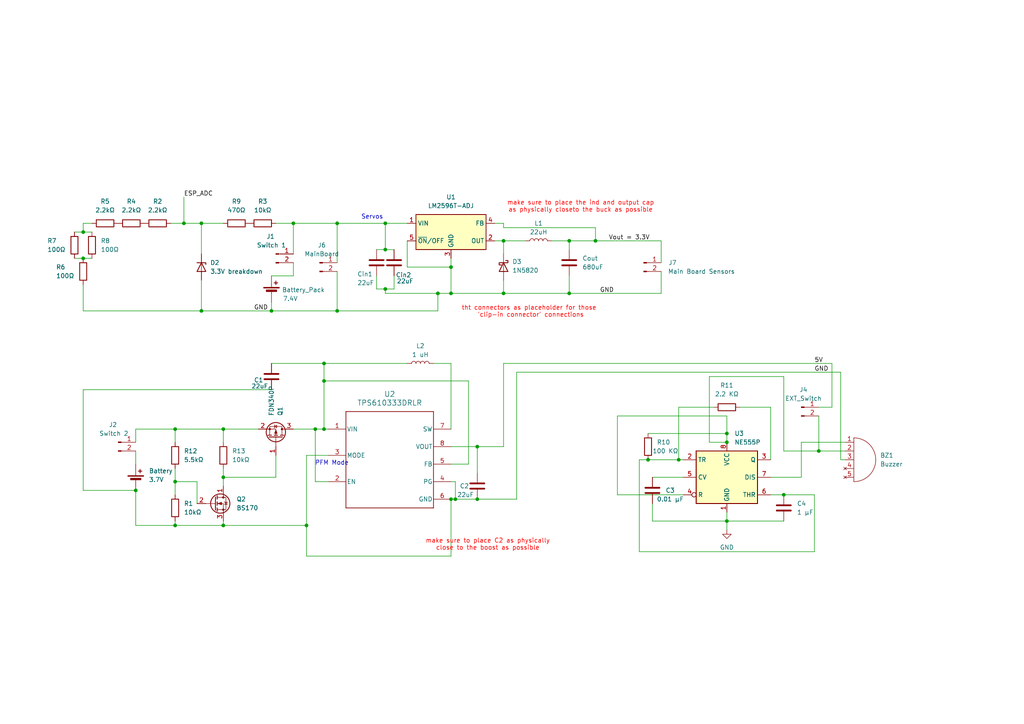
<source format=kicad_sch>
(kicad_sch (version 20231120) (generator "eeschema") (generator_version "8.0")
  (paper "A4")
  (lib_symbols
    (symbol "Connector:Conn_01x02_Pin" (pin_names (offset 1.016) hide)
      (property "Reference" "J" (at 0 2.54 0))
      (property "Value" "Conn_01x02_Pin" (at 0 -5.08 0))
      (symbol "Conn_01x02_Pin_1_1"
        (polyline (pts (xy 1.27 -2.54) (xy 0.8636 -2.54)) (stroke (width 0.1524)))
        (polyline (pts (xy 1.27 0) (xy 0.8636 0)) (stroke (width 0.1524)))
        (rectangle (start 0.8636 -2.413) (end 0 -2.667) (stroke (width 0.1524)) (fill (type outline)))
        (rectangle (start 0.8636 0.127) (end 0 -0.127) (stroke (width 0.1524)) (fill (type outline)))
        (pin passive line (at 5.08 0 180) (length 3.81) (name "Pin_1") (number "1"))
        (pin passive line (at 5.08 -2.54 180) (length 3.81) (name "Pin_2") (number "2"))
      )
    )
    (symbol "Device:Battery_Cell" (pin_numbers hide) (pin_names (offset 0) hide)
      (property "Reference" "BT" (at 2.54 2.54 0))
      (property "Value" "Battery_Cell" (at 2.54 0 0))
      (symbol "Battery_Cell_0_1"
        (rectangle (start -2.286 1.778) (end 2.286 1.524) (fill (type outline)))
        (rectangle (start -1.524 1.016) (end 1.524 0.508) (fill (type outline)))
        (polyline (pts (xy 0 0.762) (xy 0 0)))
        (polyline (pts (xy 0 1.778) (xy 0 2.54)))
        (polyline (pts (xy 0.762 3.048) (xy 1.778 3.048)) (stroke (width 0.254)))
        (polyline (pts (xy 1.27 3.556) (xy 1.27 2.54)) (stroke (width 0.254)))
      )
      (symbol "Battery_Cell_1_1"
        (pin passive line (at 0 5.08 270) (length 2.54) (name "+") (number "1"))
        (pin passive line (at 0 -2.54 90) (length 2.54) (name "-") (number "2"))
      )
    )
    (symbol "Device:Buzzer" (pin_names (offset 0.0254) hide)
      (property "Reference" "BZ1" (at 7.62 -1.27 0))
      (property "Value" "Buzzer" (at 7.62 -3.81 0))
      (symbol "Buzzer_0_1"
        (arc (start 0 -8.89) (mid 6.35 -2.54) (end 0 3.81))
        (polyline (pts (xy 0 3.81) (xy 0 -8.89)))
      )
      (symbol "Buzzer_1_1"
        (pin passive line (at -2.54 2.54 0) (length 2.54) (name "Aux") (number "1"))
        (pin power_in line (at -2.54 0 0) (length 2.54) (name "5V") (number "2"))
        (pin power_in line (at -2.54 -2.54 0) (length 2.54) (name "G") (number "3"))
        (pin no_connect line (at -2.54 -5.08 0) (length 2.54) (name "B") (number "4"))
        (pin no_connect line (at -2.54 -7.62 0) (length 2.54) (name "") (number "5"))
      )
    )
    (symbol "Device:C" (pin_numbers hide) (pin_names (offset 0.254))
      (property "Reference" "C" (at 0.635 2.54 0))
      (property "Value" "C" (at 0.635 -2.54 0))
      (symbol "C_0_1"
        (polyline (pts (xy -2.032 -0.762) (xy 2.032 -0.762)) (stroke (width 0.508)))
        (polyline (pts (xy -2.032 0.762) (xy 2.032 0.762)) (stroke (width 0.508)))
      )
      (symbol "C_1_1"
        (pin passive line (at 0 3.81 270) (length 2.794) (name "~") (number "1"))
        (pin passive line (at 0 -3.81 90) (length 2.794) (name "~") (number "2"))
      )
    )
    (symbol "Device:D_Schottky" (pin_numbers hide) (pin_names (offset 1.016) hide)
      (property "Reference" "D" (at 0 2.54 0))
      (property "Value" "D_Schottky" (at 0 -2.54 0))
      (symbol "D_Schottky_0_1"
        (polyline (pts (xy 1.27 0) (xy -1.27 0)))
        (polyline (pts (xy 1.27 1.27) (xy 1.27 -1.27) (xy -1.27 0) (xy 1.27 1.27)) (stroke (width 0.254)))
        (polyline (pts (xy -1.905 0.635) (xy -1.905 1.27) (xy -1.27 1.27) (xy -1.27 -1.27) (xy -0.635 -1.27) (xy -0.635 -0.635)) (stroke (width 0.254)))
      )
      (symbol "D_Schottky_1_1"
        (pin passive line (at -3.81 0 0) (length 2.54) (name "K") (number "1"))
        (pin passive line (at 3.81 0 180) (length 2.54) (name "A") (number "2"))
      )
    )
    (symbol "Device:L" (pin_numbers hide) (pin_names (offset 1.016) hide)
      (property "Reference" "L" (at -1.27 0 90))
      (property "Value" "L" (at 1.905 0 90))
      (symbol "L_0_1"
        (arc (start 0 -2.54) (mid 0.6323 -1.905) (end 0 -1.27))
        (arc (start 0 -1.27) (mid 0.6323 -0.635) (end 0 0))
        (arc (start 0 0) (mid 0.6323 0.635) (end 0 1.27))
        (arc (start 0 1.27) (mid 0.6323 1.905) (end 0 2.54))
      )
      (symbol "L_1_1"
        (pin passive line (at 0 3.81 270) (length 1.27) (name "1") (number "1"))
        (pin passive line (at 0 -3.81 90) (length 1.27) (name "2") (number "2"))
      )
    )
    (symbol "Device:R" (pin_numbers hide) (pin_names (offset 0))
      (property "Reference" "R" (at 2.032 0 90))
      (property "Value" "R" (at 0 0 90))
      (symbol "R_0_1"
        (rectangle (start -1.016 -2.54) (end 1.016 2.54) (stroke (width 0.254)))
      )
      (symbol "R_1_1"
        (pin passive line (at 0 3.81 270) (length 1.27) (name "~") (number "1"))
        (pin passive line (at 0 -3.81 90) (length 1.27) (name "~") (number "2"))
      )
    )
    (symbol "Diode:1N47xxA" (pin_numbers hide) (pin_names hide)
      (property "Reference" "D" (at 0 2.54 0))
      (property "Value" "1N47xxA" (at 0 -2.54 0))
      (symbol "1N47xxA_0_1"
        (polyline (pts (xy 1.27 0) (xy -1.27 0)))
        (polyline (pts (xy -1.27 -1.27) (xy -1.27 1.27) (xy -0.762 1.27)) (stroke (width 0.254)))
        (polyline (pts (xy 1.27 -1.27) (xy 1.27 1.27) (xy -1.27 0) (xy 1.27 -1.27)) (stroke (width 0.254)))
      )
      (symbol "1N47xxA_1_1"
        (pin passive line (at -3.81 0 0) (length 2.54) (name "K") (number "1"))
        (pin passive line (at 3.81 0 180) (length 2.54) (name "A") (number "2"))
      )
    )
    (symbol "Project_Library:TPS610333DRLR" (pin_names (offset 0.254))
      (property "Reference" "U" (at 0 2.54 0))
      (property "Value" "TPS610333DRLR" (at 0 0 0))
      (symbol "TPS610333DRLR_0_1"
        (polyline (pts (xy 5.08 -22.86) (xy 30.48 -22.86)) (stroke (width 0.2032)))
        (polyline (pts (xy 5.08 5.08) (xy 5.08 -22.86)) (stroke (width 0.2032)))
        (polyline (pts (xy 30.48 -22.86) (xy 30.48 5.08)) (stroke (width 0.2032)))
        (polyline (pts (xy 30.48 5.08) (xy 5.08 5.08)) (stroke (width 0.2032)))
        (pin power_in line (at 0 0 0) (length 5.08) (name "VIN") (number "1"))
        (pin input line (at 0 -15.24 0) (length 5.08) (name "EN") (number "2"))
        (pin input line (at 0 -7.62 0) (length 5.08) (name "MODE") (number "3"))
        (pin open_collector line (at 35.56 -15.24 180) (length 5.08) (name "PG") (number "4"))
        (pin unspecified line (at 35.56 -10.16 180) (length 5.08) (name "FB") (number "5"))
        (pin power_in line (at 35.56 -20.32 180) (length 5.08) (name "GND") (number "6"))
        (pin power_in line (at 35.56 0 180) (length 5.08) (name "SW") (number "7"))
        (pin power_in line (at 35.56 -5.08 180) (length 5.08) (name "VOUT") (number "8"))
      )
    )
    (symbol "Regulator_Switching:LM2596T-ADJ"
      (property "Reference" "U" (at -10.16 6.35 0))
      (property "Value" "LM2596T-ADJ" (at 0 6.35 0))
      (symbol "LM2596T-ADJ_0_1"
        (rectangle (start -10.16 5.08) (end 10.16 -5.08) (stroke (width 0.254)) (fill (type background)))
      )
      (symbol "LM2596T-ADJ_1_1"
        (pin power_in line (at -12.7 2.54 0) (length 2.54) (name "VIN") (number "1"))
        (pin output line (at 12.7 -2.54 180) (length 2.54) (name "OUT") (number "2"))
        (pin power_in line (at 0 -7.62 90) (length 2.54) (name "GND") (number "3"))
        (pin input line (at 12.7 2.54 180) (length 2.54) (name "FB") (number "4"))
        (pin input line (at -12.7 -2.54 0) (length 2.54) (name "~{ON}/OFF") (number "5"))
      )
    )
    (symbol "Timer:NE555P"
      (property "Reference" "U" (at -10.16 8.89 0))
      (property "Value" "NE555P" (at 2.54 8.89 0))
      (symbol "NE555P_0_0"
        (pin power_in line (at 0 -10.16 90) (length 2.54) (name "GND") (number "1"))
        (pin power_in line (at 0 10.16 270) (length 2.54) (name "VCC") (number "8"))
      )
      (symbol "NE555P_0_1"
        (rectangle (start -8.89 -7.62) (end 8.89 7.62) (stroke (width 0.254)) (fill (type background)))
        (rectangle (start -8.89 -7.62) (end 8.89 7.62) (stroke (width 0.254)) (fill (type background)))
      )
      (symbol "NE555P_1_1"
        (pin input line (at -12.7 5.08 0) (length 3.81) (name "TR") (number "2"))
        (pin output line (at 12.7 5.08 180) (length 3.81) (name "Q") (number "3"))
        (pin input inverted (at -12.7 -5.08 0) (length 3.81) (name "R") (number "4"))
        (pin input line (at -12.7 0 0) (length 3.81) (name "CV") (number "5"))
        (pin input line (at 12.7 -5.08 180) (length 3.81) (name "THR") (number "6"))
        (pin input line (at 12.7 0 180) (length 3.81) (name "DIS") (number "7"))
      )
    )
    (symbol "Transistor_FET:BS170" (pin_names hide)
      (property "Reference" "Q" (at 5.08 1.905 0))
      (property "Value" "BS170" (at 5.08 0 0))
      (symbol "BS170_0_1"
        (polyline (pts (xy 0.254 0) (xy -2.54 0)))
        (polyline (pts (xy 0.254 1.905) (xy 0.254 -1.905)) (stroke (width 0.254)))
        (polyline (pts (xy 0.762 -1.27) (xy 0.762 -2.286)) (stroke (width 0.254)))
        (polyline (pts (xy 0.762 0.508) (xy 0.762 -0.508)) (stroke (width 0.254)))
        (polyline (pts (xy 0.762 2.286) (xy 0.762 1.27)) (stroke (width 0.254)))
        (polyline (pts (xy 2.54 2.54) (xy 2.54 1.778)))
        (polyline (pts (xy 2.54 -2.54) (xy 2.54 0) (xy 0.762 0)))
        (polyline (pts (xy 0.762 -1.778) (xy 3.302 -1.778) (xy 3.302 1.778) (xy 0.762 1.778)))
        (polyline (pts (xy 1.016 0) (xy 2.032 0.381) (xy 2.032 -0.381) (xy 1.016 0)) (fill (type outline)))
        (polyline (pts (xy 2.794 0.508) (xy 2.921 0.381) (xy 3.683 0.381) (xy 3.81 0.254)))
        (polyline (pts (xy 3.302 0.381) (xy 2.921 -0.254) (xy 3.683 -0.254) (xy 3.302 0.381)))
        (circle (center 1.651 0) (radius 2.794) (stroke (width 0.254)))
        (circle (center 2.54 -1.778) (radius 0.254) (fill (type outline)))
        (circle (center 2.54 1.778) (radius 0.254) (fill (type outline)))
      )
      (symbol "BS170_1_1"
        (pin passive line (at 2.54 5.08 270) (length 2.54) (name "D") (number "1"))
        (pin input line (at -5.08 0 0) (length 2.54) (name "G") (number "2"))
        (pin passive line (at 2.54 -5.08 90) (length 2.54) (name "S") (number "3"))
      )
    )
    (symbol "Transistor_FET:FDN340P" (pin_names hide)
      (property "Reference" "Q" (at 5.08 1.905 0))
      (property "Value" "FDN340P" (at 5.08 0 0))
      (symbol "FDN340P_0_1"
        (polyline (pts (xy 0.254 0) (xy -2.54 0)))
        (polyline (pts (xy 0.254 1.905) (xy 0.254 -1.905)) (stroke (width 0.254)))
        (polyline (pts (xy 0.762 -1.27) (xy 0.762 -2.286)) (stroke (width 0.254)))
        (polyline (pts (xy 0.762 0.508) (xy 0.762 -0.508)) (stroke (width 0.254)))
        (polyline (pts (xy 0.762 2.286) (xy 0.762 1.27)) (stroke (width 0.254)))
        (polyline (pts (xy 2.54 2.54) (xy 2.54 1.778)))
        (polyline (pts (xy 2.54 -2.54) (xy 2.54 0) (xy 0.762 0)))
        (polyline (pts (xy 0.762 1.778) (xy 3.302 1.778) (xy 3.302 -1.778) (xy 0.762 -1.778)))
        (polyline (pts (xy 2.286 0) (xy 1.27 0.381) (xy 1.27 -0.381) (xy 2.286 0)) (fill (type outline)))
        (polyline (pts (xy 2.794 -0.508) (xy 2.921 -0.381) (xy 3.683 -0.381) (xy 3.81 -0.254)))
        (polyline (pts (xy 3.302 -0.381) (xy 2.921 0.254) (xy 3.683 0.254) (xy 3.302 -0.381)))
        (circle (center 1.651 0) (radius 2.794) (stroke (width 0.254)))
        (circle (center 2.54 -1.778) (radius 0.254) (fill (type outline)))
        (circle (center 2.54 1.778) (radius 0.254) (fill (type outline)))
      )
      (symbol "FDN340P_1_1"
        (pin input line (at -5.08 0 0) (length 2.54) (name "G") (number "1"))
        (pin passive line (at 2.54 -5.08 90) (length 2.54) (name "S") (number "2"))
        (pin passive line (at 2.54 5.08 270) (length 2.54) (name "D") (number "3"))
      )
    )
    (symbol "power:GND" (power) (pin_names (offset 0))
      (property "Value" "GND" (at 0 -3.81 0))
      (symbol "GND_0_1"
        (polyline (pts (xy 0 0) (xy 0 -1.27) (xy 1.27 -1.27) (xy 0 -2.54) (xy -1.27 -1.27) (xy 0 -1.27)))
      )
      (symbol "GND_1_1"
        (pin power_in line (at 0 0 270) (length 0) hide (name "GND") (number "1"))
      )
    )
  )
  (junction (at 93.98 110.49))
  (junction (at 97.79 64.77))
  (junction (at 50.8 152.4))
  (junction (at 64.77 152.4))
  (junction (at 210.82 151.13))
  (junction (at 85.09 64.77))
  (junction (at 78.74 90.17))
  (junction (at 210.82 125.73))
  (junction (at 93.98 105.41))
  (junction (at 111.76 83.82))
  (junction (at 58.42 90.17))
  (junction (at 97.79 90.17))
  (junction (at 64.77 124.46))
  (junction (at 88.9 152.4))
  (junction (at 24.13 67.31))
  (junction (at 24.13 74.93))
  (junction (at 53.34 64.77))
  (junction (at 50.8 139.7))
  (junction (at 39.37 142.24))
  (junction (at 227.33 143.51))
  (junction (at 91.44 124.46))
  (junction (at 111.76 72.39))
  (junction (at 138.43 144.78))
  (junction (at 130.81 85.09))
  (junction (at 138.43 129.54))
  (junction (at 172.72 69.85))
  (junction (at 130.81 144.78))
  (junction (at 127 85.09))
  (junction (at 187.96 133.35))
  (junction (at 210.82 128.27))
  (junction (at 237.49 130.81))
  (junction (at 146.05 85.09))
  (junction (at 165.1 85.09))
  (junction (at 111.76 64.77))
  (junction (at 132.08 144.78))
  (junction (at 58.42 64.77))
  (junction (at 196.85 133.35))
  (junction (at 165.1 69.85))
  (junction (at 50.8 124.46))
  (junction (at 64.77 138.43))
  (junction (at 130.81 77.47))
  (junction (at 146.05 69.85))
  (junction (at 93.98 124.46))
  (wire (pts (xy 50.8 124.46) (xy 64.77 124.46)))
  (wire (pts (xy 80.01 138.43) (xy 64.77 138.43)))
  (wire (pts (xy 205.74 128.27) (xy 205.74 109.22)))
  (wire (pts (xy 114.3 80.01) (xy 114.3 83.82)))
  (wire (pts (xy 210.82 120.65) (xy 179.07 120.65)))
  (wire (pts (xy 64.77 151.13) (xy 64.77 152.4)))
  (wire (pts (xy 198.12 138.43) (xy 189.23 138.43)))
  (wire (pts (xy 146.05 66.04) (xy 172.72 66.04)))
  (wire (pts (xy 241.3 118.11) (xy 241.3 105.41)))
  (wire (pts (xy 245.11 128.27) (xy 232.41 128.27)))
  (wire (pts (xy 187.96 133.35) (xy 196.85 133.35)))
  (wire (pts (xy 109.22 72.39) (xy 111.76 72.39)))
  (wire (pts (xy 39.37 152.4) (xy 50.8 152.4)))
  (wire (pts (xy 111.76 83.82) (xy 114.3 83.82)))
  (wire (pts (xy 210.82 125.73) (xy 210.82 128.27)))
  (wire (pts (xy 210.82 151.13) (xy 210.82 153.67)))
  (wire (pts (xy 196.85 133.35) (xy 196.85 118.11)))
  (wire (pts (xy 210.82 125.73) (xy 210.82 120.65)))
  (wire (pts (xy 125.73 105.41) (xy 130.81 105.41)))
  (wire (pts (xy 146.05 129.54) (xy 146.05 105.41)))
  (wire (pts (xy 152.4 69.85) (xy 146.05 69.85)))
  (wire (pts (xy 243.84 133.35) (xy 245.11 133.35)))
  (wire (pts (xy 97.79 90.17) (xy 97.79 78.74)))
  (wire (pts (xy 53.34 57.15) (xy 53.34 64.77)))
  (wire (pts (xy 93.98 110.49) (xy 135.89 110.49)))
  (wire (pts (xy 24.13 74.93) (xy 26.67 74.93)))
  (wire (pts (xy 196.85 133.35) (xy 198.12 133.35)))
  (wire (pts (xy 78.74 87.63) (xy 78.74 90.17)))
  (wire (pts (xy 24.13 67.31) (xy 26.67 67.31)))
  (wire (pts (xy 88.9 161.29) (xy 130.81 161.29)))
  (wire (pts (xy 85.09 64.77) (xy 97.79 64.77)))
  (wire (pts (xy 97.79 90.17) (xy 127 90.17)))
  (wire (pts (xy 49.53 64.77) (xy 53.34 64.77)))
  (wire (pts (xy 187.96 125.73) (xy 210.82 125.73)))
  (wire (pts (xy 214.63 118.11) (xy 223.52 118.11)))
  (wire (pts (xy 58.42 90.17) (xy 78.74 90.17)))
  (wire (pts (xy 191.77 78.74) (xy 191.77 85.09)))
  (wire (pts (xy 21.59 67.31) (xy 24.13 67.31)))
  (wire (pts (xy 236.22 143.51) (xy 227.33 143.51)))
  (wire (pts (xy 24.13 142.24) (xy 39.37 142.24)))
  (wire (pts (xy 172.72 69.85) (xy 191.77 69.85)))
  (wire (pts (xy 196.85 118.11) (xy 207.01 118.11)))
  (wire (pts (xy 165.1 69.85) (xy 165.1 72.39)))
  (wire (pts (xy 146.05 129.54) (xy 138.43 129.54)))
  (wire (pts (xy 97.79 64.77) (xy 97.79 76.2)))
  (wire (pts (xy 93.98 124.46) (xy 95.25 124.46)))
  (wire (pts (xy 130.81 139.7) (xy 132.08 139.7)))
  (wire (pts (xy 146.05 85.09) (xy 165.1 85.09)))
  (wire (pts (xy 165.1 69.85) (xy 172.72 69.85)))
  (wire (pts (xy 179.07 120.65) (xy 179.07 143.51)))
  (wire (pts (xy 130.81 124.46) (xy 130.81 105.41)))
  (wire (pts (xy 111.76 64.77) (xy 111.76 72.39)))
  (wire (pts (xy 130.81 134.62) (xy 135.89 134.62)))
  (wire (pts (xy 232.41 138.43) (xy 223.52 138.43)))
  (wire (pts (xy 135.89 134.62) (xy 135.89 110.49)))
  (wire (pts (xy 80.01 132.08) (xy 80.01 138.43)))
  (wire (pts (xy 78.74 90.17) (xy 97.79 90.17)))
  (wire (pts (xy 210.82 148.59) (xy 210.82 151.13)))
  (wire (pts (xy 130.81 77.47) (xy 130.81 85.09)))
  (wire (pts (xy 118.11 69.85) (xy 118.11 77.47)))
  (wire (pts (xy 95.25 132.08) (xy 88.9 132.08)))
  (wire (pts (xy 210.82 151.13) (xy 227.33 151.13)))
  (wire (pts (xy 58.42 81.28) (xy 58.42 90.17)))
  (wire (pts (xy 50.8 124.46) (xy 50.8 128.27)))
  (wire (pts (xy 109.22 80.01) (xy 109.22 83.82)))
  (wire (pts (xy 111.76 83.82) (xy 111.76 85.09)))
  (wire (pts (xy 191.77 69.85) (xy 191.77 76.2)))
  (wire (pts (xy 64.77 152.4) (xy 88.9 152.4)))
  (wire (pts (xy 39.37 124.46) (xy 39.37 128.27)))
  (wire (pts (xy 64.77 138.43) (xy 64.77 140.97)))
  (wire (pts (xy 241.3 118.11) (xy 237.49 118.11)))
  (wire (pts (xy 58.42 64.77) (xy 58.42 73.66)))
  (wire (pts (xy 146.05 85.09) (xy 130.81 85.09)))
  (wire (pts (xy 24.13 90.17) (xy 58.42 90.17)))
  (wire (pts (xy 146.05 64.77) (xy 143.51 64.77)))
  (wire (pts (xy 172.72 66.04) (xy 172.72 69.85)))
  (wire (pts (xy 127 85.09) (xy 130.81 85.09)))
  (wire (pts (xy 50.8 135.89) (xy 50.8 139.7)))
  (wire (pts (xy 109.22 83.82) (xy 111.76 83.82)))
  (wire (pts (xy 130.81 144.78) (xy 132.08 144.78)))
  (wire (pts (xy 50.8 152.4) (xy 64.77 152.4)))
  (wire (pts (xy 85.09 73.66) (xy 85.09 64.77)))
  (wire (pts (xy 127 85.09) (xy 127 90.17)))
  (wire (pts (xy 138.43 129.54) (xy 138.43 137.16)))
  (wire (pts (xy 243.84 107.95) (xy 243.84 133.35)))
  (wire (pts (xy 189.23 151.13) (xy 210.82 151.13)))
  (wire (pts (xy 50.8 139.7) (xy 50.8 143.51)))
  (wire (pts (xy 236.22 160.02) (xy 236.22 143.51)))
  (wire (pts (xy 91.44 139.7) (xy 95.25 139.7)))
  (wire (pts (xy 111.76 85.09) (xy 127 85.09)))
  (wire (pts (xy 64.77 135.89) (xy 64.77 138.43)))
  (wire (pts (xy 91.44 124.46) (xy 93.98 124.46)))
  (wire (pts (xy 93.98 110.49) (xy 93.98 124.46)))
  (wire (pts (xy 146.05 69.85) (xy 146.05 73.66)))
  (wire (pts (xy 21.59 74.93) (xy 24.13 74.93)))
  (wire (pts (xy 85.09 80.01) (xy 85.09 76.2)))
  (wire (pts (xy 237.49 120.65) (xy 237.49 130.81)))
  (wire (pts (xy 132.08 139.7) (xy 132.08 144.78)))
  (wire (pts (xy 205.74 109.22) (xy 227.33 109.22)))
  (wire (pts (xy 237.49 130.81) (xy 245.11 130.81)))
  (wire (pts (xy 146.05 105.41) (xy 241.3 105.41)))
  (wire (pts (xy 26.67 64.77) (xy 24.13 64.77)))
  (wire (pts (xy 39.37 142.24) (xy 39.37 152.4)))
  (wire (pts (xy 97.79 64.77) (xy 111.76 64.77)))
  (wire (pts (xy 149.86 107.95) (xy 149.86 144.78)))
  (wire (pts (xy 24.13 113.03) (xy 78.74 113.03)))
  (wire (pts (xy 210.82 128.27) (xy 205.74 128.27)))
  (wire (pts (xy 85.09 124.46) (xy 91.44 124.46)))
  (wire (pts (xy 130.81 74.93) (xy 130.81 77.47)))
  (wire (pts (xy 39.37 124.46) (xy 50.8 124.46)))
  (wire (pts (xy 39.37 130.81) (xy 39.37 134.62)))
  (wire (pts (xy 187.96 133.35) (xy 185.42 133.35)))
  (wire (pts (xy 24.13 113.03) (xy 24.13 142.24)))
  (wire (pts (xy 165.1 85.09) (xy 191.77 85.09)))
  (wire (pts (xy 223.52 143.51) (xy 227.33 143.51)))
  (wire (pts (xy 24.13 82.55) (xy 24.13 90.17)))
  (wire (pts (xy 91.44 124.46) (xy 91.44 139.7)))
  (wire (pts (xy 111.76 64.77) (xy 118.11 64.77)))
  (wire (pts (xy 24.13 64.77) (xy 24.13 67.31)))
  (wire (pts (xy 146.05 66.04) (xy 146.05 64.77)))
  (wire (pts (xy 50.8 139.7) (xy 57.15 139.7)))
  (wire (pts (xy 78.74 80.01) (xy 85.09 80.01)))
  (wire (pts (xy 227.33 109.22) (xy 227.33 130.81)))
  (wire (pts (xy 165.1 80.01) (xy 165.1 85.09)))
  (wire (pts (xy 160.02 69.85) (xy 165.1 69.85)))
  (wire (pts (xy 143.51 69.85) (xy 146.05 69.85)))
  (wire (pts (xy 132.08 144.78) (xy 138.43 144.78)))
  (wire (pts (xy 185.42 133.35) (xy 185.42 160.02)))
  (wire (pts (xy 189.23 146.05) (xy 189.23 151.13)))
  (wire (pts (xy 64.77 128.27) (xy 64.77 124.46)))
  (wire (pts (xy 50.8 152.4) (xy 50.8 151.13)))
  (wire (pts (xy 149.86 144.78) (xy 138.43 144.78)))
  (wire (pts (xy 185.42 160.02) (xy 236.22 160.02)))
  (wire (pts (xy 146.05 81.28) (xy 146.05 85.09)))
  (wire (pts (xy 85.09 64.77) (xy 80.01 64.77)))
  (wire (pts (xy 179.07 143.51) (xy 198.12 143.51)))
  (wire (pts (xy 149.86 107.95) (xy 243.84 107.95)))
  (wire (pts (xy 118.11 77.47) (xy 130.81 77.47)))
  (wire (pts (xy 130.81 129.54) (xy 138.43 129.54)))
  (wire (pts (xy 232.41 128.27) (xy 232.41 138.43)))
  (wire (pts (xy 93.98 105.41) (xy 118.11 105.41)))
  (wire (pts (xy 130.81 161.29) (xy 130.81 144.78)))
  (wire (pts (xy 111.76 72.39) (xy 114.3 72.39)))
  (wire (pts (xy 88.9 132.08) (xy 88.9 152.4)))
  (wire (pts (xy 223.52 118.11) (xy 223.52 133.35)))
  (wire (pts (xy 78.74 105.41) (xy 93.98 105.41)))
  (wire (pts (xy 88.9 152.4) (xy 88.9 161.29)))
  (wire (pts (xy 53.34 64.77) (xy 58.42 64.77)))
  (wire (pts (xy 93.98 105.41) (xy 93.98 110.49)))
  (wire (pts (xy 57.15 139.7) (xy 57.15 146.05)))
  (wire (pts (xy 58.42 64.77) (xy 64.77 64.77)))
  (wire (pts (xy 64.77 124.46) (xy 74.93 124.46)))
  (wire (pts (xy 227.33 130.81) (xy 237.49 130.81)))
  (text "make sure to place the ind and output cap\nas physically closeto the buck as possible" (at 168.402 59.944 0) (effects (font (size 1.27 1.27))))
  (text "Servos" (at 107.95 62.992 0) (effects (font (size 1.27 1.27))))
  (text "PFM Mode" (at 96.266 134.366 0) (effects (font (size 1.27 1.27))))
  (text "tht connectors as placeholder for those \n'clip-in connector' connections" (at 153.924 90.424 0) (effects (font (size 1.27 1.27))))
  (text "make sure to place C2 as physically\nclose to the boost as possible" (at 141.478 157.988 0) (effects (font (size 1.27 1.27))))
  (label "5V" (at 236.22 105.41 0))
  (label "GND" (at 73.66 90.17 0))
  (label "ESP_ADC" (at 53.34 57.15 0))
  (label "Vout = 3.3V" (at 176.53 69.85 0))
  (label "GND" (at 173.99 85.09 0))
  (label "GND" (at 236.22 107.95 0))
  (symbol (lib_id "Device:C") (at 109.22 76.2 0) (unit 1)
    (property "Reference" "Cin1" (at 103.632 79.502 0) (effects (justify left)))
    (property "Value" "22uF" (at 103.632 82.042 0) (effects (justify left)))
    (property "Datasheet" "https://mm.digikey.com/Volume0/opasdata/d220001/medias/docus/339/CL21A226MAYNNNE_Spec.pdf" (effects (hide yes)))
    (property "Description" "Unpolarized capacitor" (effects (hide yes)))
  )
  (symbol (lib_id "Device:C") (at 78.74 109.22 0) (unit 1)
    (property "Reference" "C1" (at 73.66 110.236 0) (effects (justify left)))
    (property "Value" "22uF" (at 72.898 112.014 0) (effects (justify left)))
    (property "Datasheet" "https://mm.digikey.com/Volume0/opasdata/d220001/medias/docus/339/CL21A226MAYNNNE_Spec.pdf" (effects (hide yes)))
    (property "Description" "Unpolarized capacitor" (effects (hide yes)))
  )
  (symbol (lib_id "Device:L") (at 121.92 105.41 90) (unit 1)
    (property "Reference" "L2" (at 121.92 100.33 90))
    (property "Value" "1 uH" (at 121.92 102.87 90))
    (property "Datasheet" "https://www.we-online.com/components/products/datasheet/74404043010A.pdf" (effects (hide yes)))
    (property "Description" "Inductor (74404043010A)" (effects (hide yes)))
  )
  (symbol (lib_id "Connector:Conn_01x02_Pin") (at 232.41 118.11 0) (unit 1)
    (property "Reference" "J4" (at 233.045 113.03 0))
    (property "Value" "EXT_Switch" (at 233.045 115.57 0))
    (property "Footprint" "mylibrary:External_Connection_2pin" (effects (hide yes)))
    (property "Description" "Generic connector, single row, 01x02, script generated" (effects (hide yes)))
  )
  (symbol (lib_id "Transistor_FET:BS170") (at 62.23 146.05 0) (unit 1)
    (property "Reference" "Q2" (at 68.58 144.7799 0) (effects (justify left)))
    (property "Value" "BS170" (at 68.58 147.3199 0) (effects (justify left)))
    (property "Footprint" "Package_TO_SOT_THT:TO-92_Inline" (effects (hide yes)))
    (property "Datasheet" "https://www.onsemi.com/pub/Collateral/BS170-D.PDF" (effects (hide yes)))
    (property "Description" "0.5A Id, 60V Vds, N-Channel MOSFET, TO-92" (effects (hide yes)))
  )
  (symbol (lib_id "Device:Battery_Cell") (at 78.74 85.09 0) (unit 1)
    (property "Reference" "Battery_Pack" (at 81.788 84.074 0) (effects (justify left)))
    (property "Value" "7.4V" (at 82.042 86.614 0) (effects (justify left)))
    (property "Description" "Single-cell battery" (effects (hide yes)))
  )
  (symbol (lib_id "Device:D_Schottky") (at 146.05 77.47 270) (unit 1)
    (property "Reference" "D3" (at 148.59 75.8824 90) (effects (justify left)))
    (property "Value" "1N5820" (at 148.59 78.4224 90) (effects (justify left)))
    (property "Datasheet" "https://www.vishay.com/docs/85816/1n4728a.pdf" (effects (hide yes)))
    (property "Description" "Schottky diode" (effects (hide yes)))
  )
  (symbol (lib_id "Device:R") (at 38.1 64.77 90) (unit 1)
    (property "Reference" "R4" (at 38.1 58.42 90))
    (property "Value" "2.2kΩ" (at 38.1 60.96 90))
    (property "Description" "Resistor" (effects (hide yes)))
  )
  (symbol (lib_id "Device:C") (at 189.23 142.24 0) (unit 1)
    (property "Reference" "C3" (at 193.04 142.24 0) (effects (justify left)))
    (property "Value" "0.01 μF" (at 190.5 144.78 0) (effects (justify left)))
    (property "Footprint" "Capacitor_THT:CP_Axial_L11.0mm_D5.0mm_P18.00mm_Horizontal" (effects (hide yes)))
  )
  (symbol (lib_id "Transistor_FET:FDN340P") (at 80.01 127 270) (mirror x) (unit 1)
    (property "Reference" "Q1" (at 81.2801 120.65 0) (effects (justify left)))
    (property "Value" "FDN340P" (at 78.7401 120.65 0) (effects (justify left)))
    (property "Footprint" "Package_TO_SOT_SMD:SOT-23" (effects (hide yes)))
    (property "Datasheet" "https://www.onsemi.com/pub/Collateral/FDN340P-D.PDF" (effects (hide yes)))
    (property "Description" "-2A Id, -20V Vds, P-Channel MOSFET, 70mOhm Ron, SOT-23" (effects (hide yes)))
  )
  (symbol (lib_id "Device:R") (at 21.59 71.12 0) (unit 1)
    (property "Reference" "R7" (at 13.716 69.85 0) (effects (justify left)))
    (property "Value" "100Ω" (at 13.716 72.39 0) (effects (justify left)))
    (property "Description" "Resistor" (effects (hide yes)))
  )
  (symbol (lib_id "Device:R") (at 50.8 132.08 0) (unit 1)
    (property "Reference" "R12" (at 53.34 130.8099 0) (effects (justify left)))
    (property "Value" "5.5kΩ" (at 53.34 133.3499 0) (effects (justify left)))
    (property "Description" "Resistor" (effects (hide yes)))
  )
  (symbol (lib_id "Device:Battery_Cell") (at 39.37 139.7 0) (unit 1)
    (property "Reference" "Battery" (at 43.18 136.5884 0) (effects (justify left)))
    (property "Value" "3.7V" (at 43.18 139.1284 0) (effects (justify left)))
    (property "Description" "Single-cell battery" (effects (hide yes)))
  )
  (symbol (lib_id "Device:R") (at 50.8 147.32 0) (unit 1)
    (property "Reference" "R1" (at 53.34 146.0499 0) (effects (justify left)))
    (property "Value" "10kΩ" (at 53.34 148.5899 0) (effects (justify left)))
    (property "Description" "Resistor" (effects (hide yes)))
  )
  (symbol (lib_id "Connector:Conn_01x02_Pin") (at 92.71 76.2 0) (unit 1)
    (property "Reference" "J6" (at 93.345 71.12 0))
    (property "Value" "MainBoard" (at 93.345 73.66 0))
    (property "Description" "Generic connector, single row, 01x02, script generated" (effects (hide yes)))
  )
  (symbol (lib_id "Device:C") (at 165.1 76.2 0) (unit 1)
    (property "Reference" "Cout" (at 168.91 74.9299 0) (effects (justify left)))
    (property "Value" "680uF" (at 168.91 77.4699 0) (effects (justify left)))
    (property "Datasheet" "https://www.rubycon.co.jp/wp-content/uploads/catalog-aluminum/ZLH.pdf" (effects (hide yes)))
    (property "Description" "capacitor (10ZLH680MEFC8X11.5)" (effects (hide yes)))
  )
  (symbol (lib_id "Device:R") (at 187.96 129.54 0) (unit 1)
    (property "Reference" "R10" (at 190.5 128.27 0) (effects (justify left)))
    (property "Value" "100 KΩ" (at 189.23 130.81 0) (effects (justify left)))
    (property "Footprint" "Resistor_THT:R_Axial_DIN0207_L6.3mm_D2.5mm_P10.16mm_Horizontal" (effects (hide yes)))
  )
  (symbol (lib_id "Device:Buzzer") (at 247.65 130.81 0) (unit 1)
    (property "Reference" "BZ1" (at 255.27 132.08 0) (effects (justify left)))
    (property "Value" "Buzzer" (at 255.27 134.62 0) (effects (justify left)))
    (property "Footprint" "mylibrary:Buzzer_Connection" (effects (hide yes)))
    (property "Description" "Buzzer, polarized" (effects (hide yes)))
  )
  (symbol (lib_id "Device:C") (at 138.43 140.97 0) (unit 1)
    (property "Reference" "C2" (at 133.35 140.97 0) (effects (justify left)))
    (property "Value" "22uF" (at 132.588 143.51 0) (effects (justify left)))
    (property "Datasheet" "https://mm.digikey.com/Volume0/opasdata/d220001/medias/docus/339/CL21A226MAYNNNE_Spec.pdf" (effects (hide yes)))
    (property "Description" "Unpolarized capacitor" (effects (hide yes)))
  )
  (symbol (lib_id "Diode:1N47xxA") (at 58.42 77.47 270) (unit 1)
    (property "Reference" "D2" (at 60.96 76.1999 90) (effects (justify left)))
    (property "Value" "3.3V breakdown" (at 60.96 78.7399 90) (effects (justify left)))
    (property "Footprint" "Diode_THT:D_DO-41_SOD81_P10.16mm_Horizontal" (effects (hide yes)))
    (property "Datasheet" "https://assets.nexperia.com/documents/data-sheet/BZX384-Q_SER.pdf" (effects (hide yes)))
    (property "Description" "BZX384-A3V3-QX" (effects (hide yes)))
  )
  (symbol (lib_id "Device:R") (at 64.77 132.08 0) (unit 1)
    (property "Reference" "R13" (at 67.31 130.8099 0) (effects (justify left)))
    (property "Value" "10kΩ" (at 67.31 133.3499 0) (effects (justify left)))
    (property "Description" "Resistor" (effects (hide yes)))
  )
  (symbol (lib_id "Connector:Conn_01x02_Pin") (at 186.69 76.2 0) (unit 1)
    (property "Reference" "J7" (at 195.072 76.2 0))
    (property "Value" "Main Board Sensors" (at 203.454 78.74 0))
    (property "Description" "Generic connector, single row, 01x02, script generated" (effects (hide yes)))
  )
  (symbol (lib_id "Device:R") (at 24.13 78.74 0) (unit 1)
    (property "Reference" "R6" (at 16.256 77.47 0) (effects (justify left)))
    (property "Value" "100Ω" (at 16.256 80.01 0) (effects (justify left)))
    (property "Description" "Resistor" (effects (hide yes)))
  )
  (symbol (lib_id "Device:R") (at 30.48 64.77 90) (unit 1)
    (property "Reference" "R5" (at 30.48 58.42 90))
    (property "Value" "2.2kΩ" (at 30.48 60.96 90))
    (property "Description" "Resistor" (effects (hide yes)))
  )
  (symbol (lib_id "Device:R") (at 210.82 118.11 90) (unit 1)
    (property "Reference" "R11" (at 210.82 111.76 90))
    (property "Value" "2.2 KΩ" (at 210.82 114.3 90))
    (property "Footprint" "Resistor_THT:R_Axial_DIN0207_L6.3mm_D2.5mm_P10.16mm_Horizontal" (effects (hide yes)))
  )
  (symbol (lib_id "Regulator_Switching:LM2596T-ADJ") (at 130.81 67.31 0) (unit 1)
    (property "Reference" "U1" (at 130.81 57.15 0))
    (property "Value" "LM2596T-ADJ" (at 130.81 59.69 0))
    (property "Footprint" "Package_TO_SOT_THT:TO-220-5_P3.4x3.7mm_StaggerOdd_Lead3.8mm_Vertical" (effects (hide yes)))
    (property "Datasheet" "http://www.ti.com/lit/ds/symlink/lm2596.pdf" (effects (hide yes)))
    (property "Description" "Adjustable 3A 150kHz Step-Down Voltage Regulator, TO-220" (effects (hide yes)))
  )
  (symbol (lib_id "power:GND") (at 210.82 153.67 0) (unit 1)
    (property "Reference" "#PWR01" (effects (hide yes)))
    (property "Value" "GND" (at 210.82 158.75 0))
  )
  (symbol (lib_id "Device:R") (at 68.58 64.77 90) (unit 1)
    (property "Reference" "R9" (at 68.58 58.42 90))
    (property "Value" "470Ω" (at 68.58 60.96 90))
    (property "Description" "Resistor" (effects (hide yes)))
  )
  (symbol (lib_id "Device:R") (at 76.2 64.77 90) (unit 1)
    (property "Reference" "R3" (at 76.2 58.42 90))
    (property "Value" "10kΩ" (at 76.2 60.96 90))
    (property "Description" "Resistor" (effects (hide yes)))
  )
  (symbol (lib_id "Device:C") (at 114.3 76.2 0) (unit 1)
    (property "Reference" "Cin2" (at 114.808 79.756 0) (effects (justify left)))
    (property "Value" "22uF" (at 115.062 81.534 0) (effects (justify left)))
    (property "Datasheet" "https://mm.digikey.com/Volume0/opasdata/d220001/medias/docus/339/CL21A226MAYNNNE_Spec.pdf" (effects (hide yes)))
    (property "Description" "Unpolarized capacitor" (effects (hide yes)))
  )
  (symbol (lib_id "Device:C") (at 227.33 147.32 0) (unit 1)
    (property "Reference" "C4" (at 231.14 146.05 0) (effects (justify left)))
    (property "Value" "1 μF" (at 231.14 148.59 0) (effects (justify left)))
    (property "Footprint" "Capacitor_THT:CP_Axial_L10.0mm_D6.0mm_P15.00mm_Horizontal" (effects (hide yes)))
  )
  (symbol (lib_id "Device:L") (at 156.21 69.85 90) (unit 1)
    (property "Reference" "L1" (at 156.21 64.77 90))
    (property "Value" "22uH" (at 156.21 67.31 90))
    (property "Datasheet" "https://abracon.com/Magnetics/power/ASPI-4030S.pdf" (effects (hide yes)))
    (property "Description" "Inductor (ASPI-4030S-220M-T)" (effects (hide yes)))
  )
  (symbol (lib_id "Timer:NE555P") (at 210.82 138.43 0) (unit 1)
    (property "Reference" "U3" (at 213.0141 125.73 0) (effects (justify left)))
    (property "Value" "NE555P" (at 213.0141 128.27 0) (effects (justify left)))
    (property "Footprint" "Package_DIP:DIP-8_W7.62mm" (effects (hide yes)))
    (property "Datasheet" "http://www.ti.com/lit/ds/symlink/ne555.pdf" (effects (hide yes)))
  )
  (symbol (lib_id "Device:R") (at 26.67 71.12 0) (unit 1)
    (property "Reference" "R8" (at 29.21 69.8499 0) (effects (justify left)))
    (property "Value" "100Ω" (at 29.21 72.3899 0) (effects (justify left)))
    (property "Description" "Resistor" (effects (hide yes)))
  )
  (symbol (lib_id "Connector:Conn_01x02_Pin") (at 80.01 73.66 0) (unit 1)
    (property "Reference" "J1" (at 78.486 68.58 0))
    (property "Value" "Switch 1" (at 78.74 71.12 0))
    (property "Description" "Generic connector, single row, 01x02, script generated" (effects (hide yes)))
  )
  (symbol (lib_id "Project_Library:TPS610333DRLR") (at 95.25 124.46 0) (unit 1)
    (property "Reference" "U2" (at 113.03 114.3 0) (effects (font (size 1.524 1.524))))
    (property "Value" "TPS610333DRLR" (at 113.03 116.84 0) (effects (font (size 1.524 1.524))))
    (property "Footprint" "mylibrary:TPS610333" (effects (hide yes)))
    (property "Datasheet" "TPS610333DRLR" (effects (hide yes)))
  )
  (symbol (lib_id "Device:R") (at 45.72 64.77 90) (unit 1)
    (property "Reference" "R2" (at 45.72 58.42 90))
    (property "Value" "2.2kΩ" (at 45.72 60.96 90))
    (property "Description" "Resistor" (effects (hide yes)))
  )
  (symbol (lib_id "Connector:Conn_01x02_Pin") (at 34.29 128.27 0) (unit 1)
    (property "Reference" "J2" (at 32.766 123.19 0))
    (property "Value" "Switch 2" (at 33.02 125.73 0))
    (property "Description" "Generic connector, single row, 01x02, script generated" (effects (hide yes)))
  )
)
</source>
